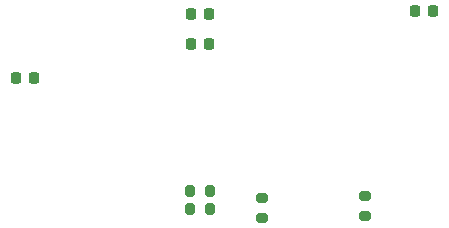
<source format=gbr>
%TF.GenerationSoftware,KiCad,Pcbnew,(6.0.1-0)*%
%TF.CreationDate,2022-03-27T10:04:36-07:00*%
%TF.ProjectId,CocktailMachine,436f636b-7461-4696-9c4d-616368696e65,rev?*%
%TF.SameCoordinates,Original*%
%TF.FileFunction,Paste,Bot*%
%TF.FilePolarity,Positive*%
%FSLAX46Y46*%
G04 Gerber Fmt 4.6, Leading zero omitted, Abs format (unit mm)*
G04 Created by KiCad (PCBNEW (6.0.1-0)) date 2022-03-27 10:04:36*
%MOMM*%
%LPD*%
G01*
G04 APERTURE LIST*
G04 Aperture macros list*
%AMRoundRect*
0 Rectangle with rounded corners*
0 $1 Rounding radius*
0 $2 $3 $4 $5 $6 $7 $8 $9 X,Y pos of 4 corners*
0 Add a 4 corners polygon primitive as box body*
4,1,4,$2,$3,$4,$5,$6,$7,$8,$9,$2,$3,0*
0 Add four circle primitives for the rounded corners*
1,1,$1+$1,$2,$3*
1,1,$1+$1,$4,$5*
1,1,$1+$1,$6,$7*
1,1,$1+$1,$8,$9*
0 Add four rect primitives between the rounded corners*
20,1,$1+$1,$2,$3,$4,$5,0*
20,1,$1+$1,$4,$5,$6,$7,0*
20,1,$1+$1,$6,$7,$8,$9,0*
20,1,$1+$1,$8,$9,$2,$3,0*%
G04 Aperture macros list end*
%ADD10RoundRect,0.225000X0.225000X0.250000X-0.225000X0.250000X-0.225000X-0.250000X0.225000X-0.250000X0*%
%ADD11RoundRect,0.225000X-0.225000X-0.250000X0.225000X-0.250000X0.225000X0.250000X-0.225000X0.250000X0*%
%ADD12RoundRect,0.200000X-0.275000X0.200000X-0.275000X-0.200000X0.275000X-0.200000X0.275000X0.200000X0*%
%ADD13RoundRect,0.200000X-0.200000X-0.275000X0.200000X-0.275000X0.200000X0.275000X-0.200000X0.275000X0*%
G04 APERTURE END LIST*
D10*
%TO.C,C1*%
X115000000Y-64500000D03*
X113450000Y-64500000D03*
%TD*%
%TO.C,C3*%
X96025000Y-67310000D03*
X94475000Y-67310000D03*
%TD*%
D11*
%TO.C,C17*%
X79658000Y-70135000D03*
X81208000Y-70135000D03*
%TD*%
D12*
%TO.C,R6*%
X100500000Y-80350000D03*
X100500000Y-82000000D03*
%TD*%
D13*
%TO.C,R5*%
X94425000Y-81226000D03*
X96075000Y-81226000D03*
%TD*%
D12*
%TO.C,R8*%
X109220000Y-80175000D03*
X109220000Y-81825000D03*
%TD*%
D13*
%TO.C,R7*%
X94425000Y-79702000D03*
X96075000Y-79702000D03*
%TD*%
D11*
%TO.C,C2*%
X94475000Y-64770000D03*
X96025000Y-64770000D03*
%TD*%
M02*

</source>
